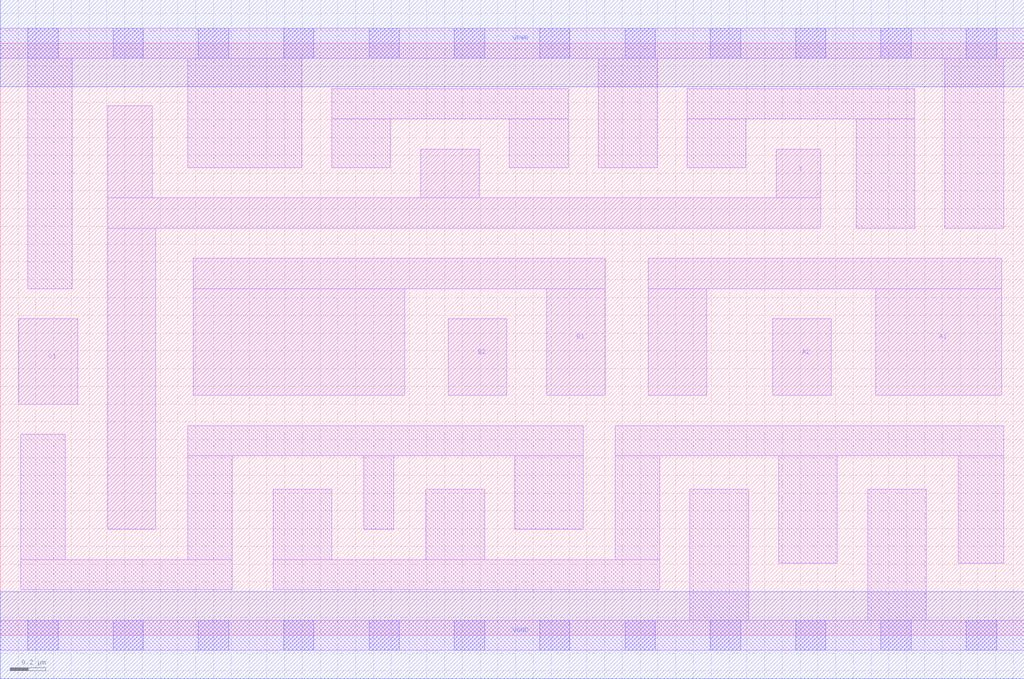
<source format=lef>
# Copyright 2020 The SkyWater PDK Authors
#
# Licensed under the Apache License, Version 2.0 (the "License");
# you may not use this file except in compliance with the License.
# You may obtain a copy of the License at
#
#     https://www.apache.org/licenses/LICENSE-2.0
#
# Unless required by applicable law or agreed to in writing, software
# distributed under the License is distributed on an "AS IS" BASIS,
# WITHOUT WARRANTIES OR CONDITIONS OF ANY KIND, either express or implied.
# See the License for the specific language governing permissions and
# limitations under the License.
#
# SPDX-License-Identifier: Apache-2.0

VERSION 5.7 ;
  NAMESCASESENSITIVE ON ;
  NOWIREEXTENSIONATPIN ON ;
  DIVIDERCHAR "/" ;
  BUSBITCHARS "[]" ;
UNITS
  DATABASE MICRONS 200 ;
END UNITS
MACRO sky130_fd_sc_hs__o221ai_2
  CLASS CORE ;
  FOREIGN sky130_fd_sc_hs__o221ai_2 ;
  ORIGIN  0.000000  0.000000 ;
  SIZE  5.760000 BY  3.330000 ;
  SYMMETRY X Y ;
  SITE unit ;
  PIN A1
    ANTENNAGATEAREA  0.558000 ;
    DIRECTION INPUT ;
    USE SIGNAL ;
    PORT
      LAYER li1 ;
        RECT 3.645000 1.350000 3.975000 1.950000 ;
        RECT 3.645000 1.950000 5.635000 2.120000 ;
        RECT 4.925000 1.350000 5.635000 1.950000 ;
    END
  END A1
  PIN A2
    ANTENNAGATEAREA  0.558000 ;
    DIRECTION INPUT ;
    USE SIGNAL ;
    PORT
      LAYER li1 ;
        RECT 4.345000 1.350000 4.675000 1.780000 ;
    END
  END A2
  PIN B1
    ANTENNAGATEAREA  0.558000 ;
    DIRECTION INPUT ;
    USE SIGNAL ;
    PORT
      LAYER li1 ;
        RECT 1.085000 1.350000 2.275000 1.950000 ;
        RECT 1.085000 1.950000 3.405000 2.120000 ;
        RECT 3.075000 1.350000 3.405000 1.950000 ;
    END
  END B1
  PIN B2
    ANTENNAGATEAREA  0.558000 ;
    DIRECTION INPUT ;
    USE SIGNAL ;
    PORT
      LAYER li1 ;
        RECT 2.520000 1.350000 2.850000 1.780000 ;
    END
  END B2
  PIN C1
    ANTENNAGATEAREA  0.558000 ;
    DIRECTION INPUT ;
    USE SIGNAL ;
    PORT
      LAYER li1 ;
        RECT 0.105000 1.300000 0.435000 1.780000 ;
    END
  END C1
  PIN Y
    ANTENNADIFFAREA  1.232000 ;
    DIRECTION OUTPUT ;
    USE SIGNAL ;
    PORT
      LAYER li1 ;
        RECT 0.605000 0.595000 0.875000 2.290000 ;
        RECT 0.605000 2.290000 4.615000 2.460000 ;
        RECT 0.605000 2.460000 0.855000 2.980000 ;
        RECT 2.365000 2.460000 2.695000 2.735000 ;
        RECT 4.365000 2.460000 4.615000 2.735000 ;
    END
  END Y
  PIN VGND
    DIRECTION INOUT ;
    USE GROUND ;
    PORT
      LAYER met1 ;
        RECT 0.000000 -0.245000 5.760000 0.245000 ;
    END
  END VGND
  PIN VPWR
    DIRECTION INOUT ;
    USE POWER ;
    PORT
      LAYER met1 ;
        RECT 0.000000 3.085000 5.760000 3.575000 ;
    END
  END VPWR
  OBS
    LAYER li1 ;
      RECT 0.000000 -0.085000 5.760000 0.085000 ;
      RECT 0.000000  3.245000 5.760000 3.415000 ;
      RECT 0.115000  0.255000 1.305000 0.425000 ;
      RECT 0.115000  0.425000 0.365000 1.130000 ;
      RECT 0.155000  1.950000 0.405000 3.245000 ;
      RECT 1.055000  0.425000 1.305000 1.010000 ;
      RECT 1.055000  1.010000 3.280000 1.180000 ;
      RECT 1.055000  2.630000 1.695000 3.245000 ;
      RECT 1.535000  0.255000 3.710000 0.425000 ;
      RECT 1.535000  0.425000 1.865000 0.820000 ;
      RECT 1.865000  2.630000 2.195000 2.905000 ;
      RECT 1.865000  2.905000 3.195000 3.075000 ;
      RECT 2.045000  0.595000 2.215000 1.010000 ;
      RECT 2.395000  0.425000 2.725000 0.820000 ;
      RECT 2.865000  2.630000 3.195000 2.905000 ;
      RECT 2.895000  0.595000 3.280000 1.010000 ;
      RECT 3.365000  2.630000 3.695000 3.245000 ;
      RECT 3.460000  0.425000 3.710000 1.010000 ;
      RECT 3.460000  1.010000 5.645000 1.180000 ;
      RECT 3.865000  2.630000 4.195000 2.905000 ;
      RECT 3.865000  2.905000 5.145000 3.075000 ;
      RECT 3.880000  0.085000 4.210000 0.820000 ;
      RECT 4.380000  0.405000 4.710000 1.010000 ;
      RECT 4.815000  2.290000 5.145000 2.905000 ;
      RECT 4.880000  0.085000 5.210000 0.820000 ;
      RECT 5.315000  2.290000 5.645000 3.245000 ;
      RECT 5.390000  0.405000 5.645000 1.010000 ;
    LAYER mcon ;
      RECT 0.155000 -0.085000 0.325000 0.085000 ;
      RECT 0.155000  3.245000 0.325000 3.415000 ;
      RECT 0.635000 -0.085000 0.805000 0.085000 ;
      RECT 0.635000  3.245000 0.805000 3.415000 ;
      RECT 1.115000 -0.085000 1.285000 0.085000 ;
      RECT 1.115000  3.245000 1.285000 3.415000 ;
      RECT 1.595000 -0.085000 1.765000 0.085000 ;
      RECT 1.595000  3.245000 1.765000 3.415000 ;
      RECT 2.075000 -0.085000 2.245000 0.085000 ;
      RECT 2.075000  3.245000 2.245000 3.415000 ;
      RECT 2.555000 -0.085000 2.725000 0.085000 ;
      RECT 2.555000  3.245000 2.725000 3.415000 ;
      RECT 3.035000 -0.085000 3.205000 0.085000 ;
      RECT 3.035000  3.245000 3.205000 3.415000 ;
      RECT 3.515000 -0.085000 3.685000 0.085000 ;
      RECT 3.515000  3.245000 3.685000 3.415000 ;
      RECT 3.995000 -0.085000 4.165000 0.085000 ;
      RECT 3.995000  3.245000 4.165000 3.415000 ;
      RECT 4.475000 -0.085000 4.645000 0.085000 ;
      RECT 4.475000  3.245000 4.645000 3.415000 ;
      RECT 4.955000 -0.085000 5.125000 0.085000 ;
      RECT 4.955000  3.245000 5.125000 3.415000 ;
      RECT 5.435000 -0.085000 5.605000 0.085000 ;
      RECT 5.435000  3.245000 5.605000 3.415000 ;
  END
END sky130_fd_sc_hs__o221ai_2
END LIBRARY

</source>
